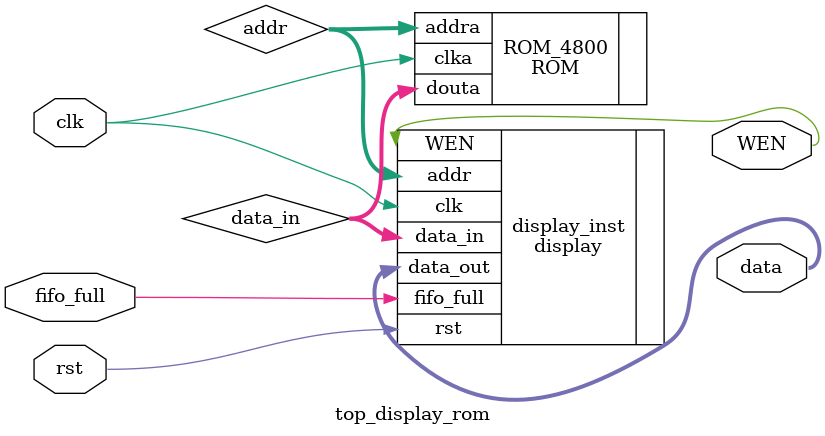
<source format=v>
`timescale 1ns/1ps

module top_display_rom (
input clk, rst, fifo_full,
output [23:0] data,
output WEN
);

wire [23:0] data_in;
wire [12:0] addr;

ROM ROM_4800 (
	.clka(clk),
	.addra(addr), // Bus [12 : 0] 
	.douta(data_in)); // Bus [23 : 0]

display display_inst (
    .clk(clk),
    .rst(rst),
	.fifo_full(fifo_full),
    .data_in(data_in),
    .addr(addr),
    .WEN(WEN),
    .data_out(data)
    );	

endmodule

</source>
